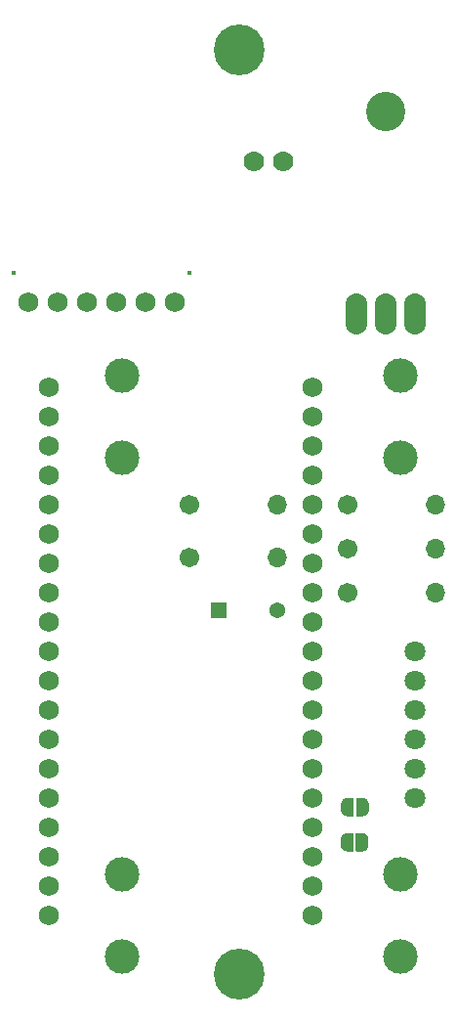
<source format=gbs>
G04 #@! TF.GenerationSoftware,KiCad,Pcbnew,(5.1.10-1-10_14)*
G04 #@! TF.CreationDate,2021-09-07T21:53:28-06:00*
G04 #@! TF.ProjectId,soil_moisture_0.5,736f696c-5f6d-46f6-9973-747572655f30,0.5*
G04 #@! TF.SameCoordinates,Original*
G04 #@! TF.FileFunction,Soldermask,Bot*
G04 #@! TF.FilePolarity,Negative*
%FSLAX46Y46*%
G04 Gerber Fmt 4.6, Leading zero omitted, Abs format (unit mm)*
G04 Created by KiCad (PCBNEW (5.1.10-1-10_14)) date 2021-09-07 21:53:28*
%MOMM*%
%LPD*%
G01*
G04 APERTURE LIST*
%ADD10C,0.100000*%
%ADD11C,4.401600*%
%ADD12C,1.778000*%
%ADD13C,1.727200*%
%ADD14C,0.451600*%
%ADD15C,2.984500*%
%ADD16C,3.403600*%
%ADD17O,1.879600X3.556000*%
%ADD18C,1.803400*%
%ADD19O,1.701600X1.701600*%
%ADD20C,1.701600*%
%ADD21C,1.371600*%
G04 APERTURE END LIST*
D10*
G36*
X162153600Y-72669400D02*
G01*
X162134609Y-72447814D01*
X162058859Y-72238713D01*
X161931523Y-72056376D01*
X161761296Y-71913254D01*
X161340800Y-71780400D01*
X161112699Y-71800398D01*
X160897546Y-71878752D01*
X160710003Y-72010122D01*
X160562852Y-72185554D01*
X160426400Y-72618600D01*
X160426400Y-72618601D01*
X160452993Y-72845827D01*
X160537482Y-73058432D01*
X160674112Y-73241929D01*
X160853573Y-73383819D01*
X161290000Y-73507600D01*
X161289999Y-73507600D01*
X161510661Y-73481893D01*
X161717150Y-73399951D01*
X161895396Y-73267357D01*
X162033250Y-73093149D01*
X162121318Y-72889196D01*
X162153600Y-72669400D01*
G37*
G36*
X162153600Y-122961400D02*
G01*
X162153600Y-122961399D01*
X162134609Y-122739813D01*
X162058859Y-122530712D01*
X161931523Y-122348375D01*
X161761296Y-122205253D01*
X161340800Y-122072400D01*
X161112699Y-122092398D01*
X160897546Y-122170752D01*
X160710003Y-122302122D01*
X160562852Y-122477554D01*
X160426400Y-122910600D01*
X160452993Y-123137826D01*
X160537482Y-123350431D01*
X160674112Y-123533928D01*
X160853573Y-123675818D01*
X161290000Y-123799600D01*
X161289999Y-123799600D01*
X161510661Y-123773893D01*
X161717150Y-123691951D01*
X161895396Y-123559357D01*
X162033250Y-123385149D01*
X162121318Y-123181196D01*
X162153600Y-122961400D01*
G37*
G36*
X162153600Y-79781400D02*
G01*
X162134609Y-79559814D01*
X162058859Y-79350713D01*
X161931523Y-79168376D01*
X161761296Y-79025254D01*
X161340800Y-78892400D01*
X161112699Y-78912398D01*
X160897546Y-78990752D01*
X160710003Y-79122122D01*
X160562852Y-79297554D01*
X160426400Y-79730600D01*
X160426400Y-79730601D01*
X160452993Y-79957827D01*
X160537482Y-80170432D01*
X160674112Y-80353929D01*
X160853573Y-80495819D01*
X161290000Y-80619600D01*
X161289999Y-80619600D01*
X161510661Y-80593893D01*
X161717150Y-80511951D01*
X161895396Y-80379357D01*
X162033250Y-80205149D01*
X162121318Y-80001196D01*
X162153600Y-79781400D01*
G37*
G36*
X162153600Y-115849400D02*
G01*
X162153600Y-115849399D01*
X162134609Y-115627813D01*
X162058859Y-115418712D01*
X161931523Y-115236375D01*
X161761296Y-115093253D01*
X161340800Y-114960400D01*
X161112699Y-114980398D01*
X160897546Y-115058752D01*
X160710003Y-115190122D01*
X160562852Y-115365554D01*
X160426400Y-115798600D01*
X160452993Y-116025826D01*
X160537482Y-116238431D01*
X160674112Y-116421928D01*
X160853573Y-116563818D01*
X161290000Y-116687600D01*
X161289999Y-116687600D01*
X161510661Y-116661893D01*
X161717150Y-116579951D01*
X161895396Y-116447357D01*
X162033250Y-116273149D01*
X162121318Y-116069196D01*
X162153600Y-115849400D01*
G37*
G36*
X138023600Y-115849400D02*
G01*
X138023600Y-115849399D01*
X138004609Y-115627813D01*
X137928859Y-115418712D01*
X137801523Y-115236375D01*
X137631296Y-115093253D01*
X137210800Y-114960400D01*
X136982699Y-114980398D01*
X136767546Y-115058752D01*
X136580003Y-115190122D01*
X136432852Y-115365554D01*
X136296400Y-115798600D01*
X136322993Y-116025826D01*
X136407482Y-116238431D01*
X136544112Y-116421928D01*
X136723573Y-116563818D01*
X137160000Y-116687600D01*
X137159999Y-116687600D01*
X137380661Y-116661893D01*
X137587150Y-116579951D01*
X137765396Y-116447357D01*
X137903250Y-116273149D01*
X137991318Y-116069196D01*
X138023600Y-115849400D01*
G37*
G36*
X138023600Y-79781400D02*
G01*
X138004609Y-79559814D01*
X137928859Y-79350713D01*
X137801523Y-79168376D01*
X137631296Y-79025254D01*
X137210800Y-78892400D01*
X136982699Y-78912398D01*
X136767546Y-78990752D01*
X136580003Y-79122122D01*
X136432852Y-79297554D01*
X136296400Y-79730600D01*
X136296400Y-79730601D01*
X136322993Y-79957827D01*
X136407482Y-80170432D01*
X136544112Y-80353929D01*
X136723573Y-80495819D01*
X137160000Y-80619600D01*
X137159999Y-80619600D01*
X137380661Y-80593893D01*
X137587150Y-80511951D01*
X137765396Y-80379357D01*
X137903250Y-80205149D01*
X137991318Y-80001196D01*
X138023600Y-79781400D01*
G37*
G36*
X138023600Y-122961400D02*
G01*
X138023600Y-122961399D01*
X138004609Y-122739813D01*
X137928859Y-122530712D01*
X137801523Y-122348375D01*
X137631296Y-122205253D01*
X137210800Y-122072400D01*
X136982699Y-122092398D01*
X136767546Y-122170752D01*
X136580003Y-122302122D01*
X136432852Y-122477554D01*
X136296400Y-122910600D01*
X136322993Y-123137826D01*
X136407482Y-123350431D01*
X136544112Y-123533928D01*
X136723573Y-123675818D01*
X137160000Y-123799600D01*
X137159999Y-123799600D01*
X137380661Y-123773893D01*
X137587150Y-123691951D01*
X137765396Y-123559357D01*
X137903250Y-123385149D01*
X137991318Y-123181196D01*
X138023600Y-122961400D01*
G37*
G36*
X138023600Y-72669400D02*
G01*
X138004609Y-72447814D01*
X137928859Y-72238713D01*
X137801523Y-72056376D01*
X137631296Y-71913254D01*
X137210800Y-71780400D01*
X136982699Y-71800398D01*
X136767546Y-71878752D01*
X136580003Y-72010122D01*
X136432852Y-72185554D01*
X136296400Y-72618600D01*
X136296400Y-72618601D01*
X136322993Y-72845827D01*
X136407482Y-73058432D01*
X136544112Y-73241929D01*
X136723573Y-73383819D01*
X137160000Y-73507600D01*
X137159999Y-73507600D01*
X137380661Y-73481893D01*
X137587150Y-73399951D01*
X137765396Y-73267357D01*
X137903250Y-73093149D01*
X137991318Y-72889196D01*
X138023600Y-72669400D01*
G37*
D11*
X147320000Y-124460000D03*
X147320000Y-44450000D03*
D12*
X151130000Y-54102000D03*
X148590000Y-54102000D03*
D13*
X153670000Y-73660000D03*
X153670000Y-76200000D03*
X153670000Y-78740000D03*
X153670000Y-81280000D03*
X153670000Y-83820000D03*
X153670000Y-86360000D03*
X153670000Y-88900000D03*
X153670000Y-91440000D03*
X153670000Y-93980000D03*
X153670000Y-96520000D03*
X153670000Y-99060000D03*
X153670000Y-101600000D03*
X153670000Y-104140000D03*
X153670000Y-106680000D03*
X153670000Y-109220000D03*
X153670000Y-111760000D03*
X153670000Y-114300000D03*
X153670000Y-116840000D03*
X153670000Y-119380000D03*
X130810000Y-73660000D03*
X130810000Y-76200000D03*
X130810000Y-78740000D03*
X130810000Y-81280000D03*
X130810000Y-83820000D03*
X130810000Y-86360000D03*
X130810000Y-88900000D03*
X130810000Y-91440000D03*
X130810000Y-93980000D03*
X130810000Y-96520000D03*
X130810000Y-99060000D03*
X130810000Y-101600000D03*
X130810000Y-104140000D03*
X130810000Y-106680000D03*
X130810000Y-109220000D03*
X130810000Y-111760000D03*
X130810000Y-114300000D03*
X130810000Y-116840000D03*
X130810000Y-119380000D03*
X129032000Y-66294000D03*
X131572000Y-66294000D03*
X134112000Y-66294000D03*
X136652000Y-66294000D03*
X139192000Y-66294000D03*
X141732000Y-66294000D03*
D14*
X127762000Y-63754000D03*
X143002000Y-63754000D03*
D15*
X161290000Y-79756000D03*
X161290000Y-72644000D03*
X161290000Y-115824000D03*
X161290000Y-122936000D03*
X137160000Y-122936000D03*
X137160000Y-115824000D03*
X137160000Y-72644000D03*
X137160000Y-79756000D03*
D16*
X160020000Y-49784000D03*
D17*
X162560000Y-67310000D03*
X160020000Y-67310000D03*
X157480000Y-67310000D03*
D18*
X162560000Y-96520000D03*
X162560000Y-99060000D03*
X162560000Y-101600000D03*
X162560000Y-104140000D03*
X162560000Y-106680000D03*
X162560000Y-109220000D03*
D19*
X164338000Y-91440000D03*
D20*
X156718000Y-91440000D03*
X156718000Y-87630000D03*
D19*
X164338000Y-87630000D03*
D20*
X156718000Y-83820000D03*
D19*
X164338000Y-83820000D03*
D10*
G36*
X158024113Y-109181802D02*
G01*
X158042534Y-109181802D01*
X158047514Y-109182047D01*
X158096345Y-109186857D01*
X158101275Y-109187588D01*
X158149400Y-109197160D01*
X158154237Y-109198372D01*
X158201192Y-109212616D01*
X158205885Y-109214295D01*
X158251218Y-109233072D01*
X158255726Y-109235204D01*
X158298999Y-109258335D01*
X158303273Y-109260897D01*
X158344072Y-109288157D01*
X158348077Y-109291127D01*
X158386006Y-109322255D01*
X158389700Y-109325603D01*
X158424397Y-109360300D01*
X158427745Y-109363994D01*
X158458873Y-109401923D01*
X158461843Y-109405928D01*
X158489103Y-109446727D01*
X158491665Y-109451001D01*
X158514796Y-109494274D01*
X158516928Y-109498782D01*
X158535705Y-109544115D01*
X158537384Y-109548808D01*
X158551628Y-109595763D01*
X158552840Y-109600600D01*
X158562412Y-109648725D01*
X158563143Y-109653655D01*
X158567953Y-109702486D01*
X158568198Y-109707466D01*
X158568198Y-109725887D01*
X158568800Y-109732000D01*
X158568800Y-110232000D01*
X158568198Y-110238113D01*
X158568198Y-110256534D01*
X158567953Y-110261514D01*
X158563143Y-110310345D01*
X158562412Y-110315275D01*
X158552840Y-110363400D01*
X158551628Y-110368237D01*
X158537384Y-110415192D01*
X158535705Y-110419885D01*
X158516928Y-110465218D01*
X158514796Y-110469726D01*
X158491665Y-110512999D01*
X158489103Y-110517273D01*
X158461843Y-110558072D01*
X158458873Y-110562077D01*
X158427745Y-110600006D01*
X158424397Y-110603700D01*
X158389700Y-110638397D01*
X158386006Y-110641745D01*
X158348077Y-110672873D01*
X158344072Y-110675843D01*
X158303273Y-110703103D01*
X158298999Y-110705665D01*
X158255726Y-110728796D01*
X158251218Y-110730928D01*
X158205885Y-110749705D01*
X158201192Y-110751384D01*
X158154237Y-110765628D01*
X158149400Y-110766840D01*
X158101275Y-110776412D01*
X158096345Y-110777143D01*
X158047514Y-110781953D01*
X158042534Y-110782198D01*
X158024113Y-110782198D01*
X158018000Y-110782800D01*
X157518000Y-110782800D01*
X157508089Y-110781824D01*
X157498560Y-110778933D01*
X157489777Y-110774239D01*
X157482079Y-110767921D01*
X157475761Y-110760223D01*
X157471067Y-110751440D01*
X157468176Y-110741911D01*
X157467200Y-110732000D01*
X157467200Y-109232000D01*
X157468176Y-109222089D01*
X157471067Y-109212560D01*
X157475761Y-109203777D01*
X157482079Y-109196079D01*
X157489777Y-109189761D01*
X157498560Y-109185067D01*
X157508089Y-109182176D01*
X157518000Y-109181200D01*
X158018000Y-109181200D01*
X158024113Y-109181802D01*
G37*
G36*
X157227911Y-109182176D02*
G01*
X157237440Y-109185067D01*
X157246223Y-109189761D01*
X157253921Y-109196079D01*
X157260239Y-109203777D01*
X157264933Y-109212560D01*
X157267824Y-109222089D01*
X157268800Y-109232000D01*
X157268800Y-110732000D01*
X157267824Y-110741911D01*
X157264933Y-110751440D01*
X157260239Y-110760223D01*
X157253921Y-110767921D01*
X157246223Y-110774239D01*
X157237440Y-110778933D01*
X157227911Y-110781824D01*
X157218000Y-110782800D01*
X156718000Y-110782800D01*
X156711887Y-110782198D01*
X156693466Y-110782198D01*
X156688486Y-110781953D01*
X156639655Y-110777143D01*
X156634725Y-110776412D01*
X156586600Y-110766840D01*
X156581763Y-110765628D01*
X156534808Y-110751384D01*
X156530115Y-110749705D01*
X156484782Y-110730928D01*
X156480274Y-110728796D01*
X156437001Y-110705665D01*
X156432727Y-110703103D01*
X156391928Y-110675843D01*
X156387923Y-110672873D01*
X156349994Y-110641745D01*
X156346300Y-110638397D01*
X156311603Y-110603700D01*
X156308255Y-110600006D01*
X156277127Y-110562077D01*
X156274157Y-110558072D01*
X156246897Y-110517273D01*
X156244335Y-110512999D01*
X156221204Y-110469726D01*
X156219072Y-110465218D01*
X156200295Y-110419885D01*
X156198616Y-110415192D01*
X156184372Y-110368237D01*
X156183160Y-110363400D01*
X156173588Y-110315275D01*
X156172857Y-110310345D01*
X156168047Y-110261514D01*
X156167802Y-110256534D01*
X156167802Y-110238113D01*
X156167200Y-110232000D01*
X156167200Y-109732000D01*
X156167802Y-109725887D01*
X156167802Y-109707466D01*
X156168047Y-109702486D01*
X156172857Y-109653655D01*
X156173588Y-109648725D01*
X156183160Y-109600600D01*
X156184372Y-109595763D01*
X156198616Y-109548808D01*
X156200295Y-109544115D01*
X156219072Y-109498782D01*
X156221204Y-109494274D01*
X156244335Y-109451001D01*
X156246897Y-109446727D01*
X156274157Y-109405928D01*
X156277127Y-109401923D01*
X156308255Y-109363994D01*
X156311603Y-109360300D01*
X156346300Y-109325603D01*
X156349994Y-109322255D01*
X156387923Y-109291127D01*
X156391928Y-109288157D01*
X156432727Y-109260897D01*
X156437001Y-109258335D01*
X156480274Y-109235204D01*
X156484782Y-109233072D01*
X156530115Y-109214295D01*
X156534808Y-109212616D01*
X156581763Y-109198372D01*
X156586600Y-109197160D01*
X156634725Y-109187588D01*
X156639655Y-109186857D01*
X156688486Y-109182047D01*
X156693466Y-109181802D01*
X156711887Y-109181802D01*
X156718000Y-109181200D01*
X157218000Y-109181200D01*
X157227911Y-109182176D01*
G37*
G36*
X157197911Y-112230176D02*
G01*
X157207440Y-112233067D01*
X157216223Y-112237761D01*
X157223921Y-112244079D01*
X157230239Y-112251777D01*
X157234933Y-112260560D01*
X157237824Y-112270089D01*
X157238800Y-112280000D01*
X157238800Y-113780000D01*
X157237824Y-113789911D01*
X157234933Y-113799440D01*
X157230239Y-113808223D01*
X157223921Y-113815921D01*
X157216223Y-113822239D01*
X157207440Y-113826933D01*
X157197911Y-113829824D01*
X157188000Y-113830800D01*
X156688000Y-113830800D01*
X156681887Y-113830198D01*
X156663466Y-113830198D01*
X156658486Y-113829953D01*
X156609655Y-113825143D01*
X156604725Y-113824412D01*
X156556600Y-113814840D01*
X156551763Y-113813628D01*
X156504808Y-113799384D01*
X156500115Y-113797705D01*
X156454782Y-113778928D01*
X156450274Y-113776796D01*
X156407001Y-113753665D01*
X156402727Y-113751103D01*
X156361928Y-113723843D01*
X156357923Y-113720873D01*
X156319994Y-113689745D01*
X156316300Y-113686397D01*
X156281603Y-113651700D01*
X156278255Y-113648006D01*
X156247127Y-113610077D01*
X156244157Y-113606072D01*
X156216897Y-113565273D01*
X156214335Y-113560999D01*
X156191204Y-113517726D01*
X156189072Y-113513218D01*
X156170295Y-113467885D01*
X156168616Y-113463192D01*
X156154372Y-113416237D01*
X156153160Y-113411400D01*
X156143588Y-113363275D01*
X156142857Y-113358345D01*
X156138047Y-113309514D01*
X156137802Y-113304534D01*
X156137802Y-113286113D01*
X156137200Y-113280000D01*
X156137200Y-112780000D01*
X156137802Y-112773887D01*
X156137802Y-112755466D01*
X156138047Y-112750486D01*
X156142857Y-112701655D01*
X156143588Y-112696725D01*
X156153160Y-112648600D01*
X156154372Y-112643763D01*
X156168616Y-112596808D01*
X156170295Y-112592115D01*
X156189072Y-112546782D01*
X156191204Y-112542274D01*
X156214335Y-112499001D01*
X156216897Y-112494727D01*
X156244157Y-112453928D01*
X156247127Y-112449923D01*
X156278255Y-112411994D01*
X156281603Y-112408300D01*
X156316300Y-112373603D01*
X156319994Y-112370255D01*
X156357923Y-112339127D01*
X156361928Y-112336157D01*
X156402727Y-112308897D01*
X156407001Y-112306335D01*
X156450274Y-112283204D01*
X156454782Y-112281072D01*
X156500115Y-112262295D01*
X156504808Y-112260616D01*
X156551763Y-112246372D01*
X156556600Y-112245160D01*
X156604725Y-112235588D01*
X156609655Y-112234857D01*
X156658486Y-112230047D01*
X156663466Y-112229802D01*
X156681887Y-112229802D01*
X156688000Y-112229200D01*
X157188000Y-112229200D01*
X157197911Y-112230176D01*
G37*
G36*
X157994113Y-112229802D02*
G01*
X158012534Y-112229802D01*
X158017514Y-112230047D01*
X158066345Y-112234857D01*
X158071275Y-112235588D01*
X158119400Y-112245160D01*
X158124237Y-112246372D01*
X158171192Y-112260616D01*
X158175885Y-112262295D01*
X158221218Y-112281072D01*
X158225726Y-112283204D01*
X158268999Y-112306335D01*
X158273273Y-112308897D01*
X158314072Y-112336157D01*
X158318077Y-112339127D01*
X158356006Y-112370255D01*
X158359700Y-112373603D01*
X158394397Y-112408300D01*
X158397745Y-112411994D01*
X158428873Y-112449923D01*
X158431843Y-112453928D01*
X158459103Y-112494727D01*
X158461665Y-112499001D01*
X158484796Y-112542274D01*
X158486928Y-112546782D01*
X158505705Y-112592115D01*
X158507384Y-112596808D01*
X158521628Y-112643763D01*
X158522840Y-112648600D01*
X158532412Y-112696725D01*
X158533143Y-112701655D01*
X158537953Y-112750486D01*
X158538198Y-112755466D01*
X158538198Y-112773887D01*
X158538800Y-112780000D01*
X158538800Y-113280000D01*
X158538198Y-113286113D01*
X158538198Y-113304534D01*
X158537953Y-113309514D01*
X158533143Y-113358345D01*
X158532412Y-113363275D01*
X158522840Y-113411400D01*
X158521628Y-113416237D01*
X158507384Y-113463192D01*
X158505705Y-113467885D01*
X158486928Y-113513218D01*
X158484796Y-113517726D01*
X158461665Y-113560999D01*
X158459103Y-113565273D01*
X158431843Y-113606072D01*
X158428873Y-113610077D01*
X158397745Y-113648006D01*
X158394397Y-113651700D01*
X158359700Y-113686397D01*
X158356006Y-113689745D01*
X158318077Y-113720873D01*
X158314072Y-113723843D01*
X158273273Y-113751103D01*
X158268999Y-113753665D01*
X158225726Y-113776796D01*
X158221218Y-113778928D01*
X158175885Y-113797705D01*
X158171192Y-113799384D01*
X158124237Y-113813628D01*
X158119400Y-113814840D01*
X158071275Y-113824412D01*
X158066345Y-113825143D01*
X158017514Y-113829953D01*
X158012534Y-113830198D01*
X157994113Y-113830198D01*
X157988000Y-113830800D01*
X157488000Y-113830800D01*
X157478089Y-113829824D01*
X157468560Y-113826933D01*
X157459777Y-113822239D01*
X157452079Y-113815921D01*
X157445761Y-113808223D01*
X157441067Y-113799440D01*
X157438176Y-113789911D01*
X157437200Y-113780000D01*
X157437200Y-112280000D01*
X157438176Y-112270089D01*
X157441067Y-112260560D01*
X157445761Y-112251777D01*
X157452079Y-112244079D01*
X157459777Y-112237761D01*
X157468560Y-112233067D01*
X157478089Y-112230176D01*
X157488000Y-112229200D01*
X157988000Y-112229200D01*
X157994113Y-112229802D01*
G37*
G36*
G01*
X144856200Y-93599000D02*
X144856200Y-92329000D01*
G75*
G02*
X144907000Y-92278200I50800J0D01*
G01*
X146177000Y-92278200D01*
G75*
G02*
X146227800Y-92329000I0J-50800D01*
G01*
X146227800Y-93599000D01*
G75*
G02*
X146177000Y-93649800I-50800J0D01*
G01*
X144907000Y-93649800D01*
G75*
G02*
X144856200Y-93599000I0J50800D01*
G01*
G37*
D21*
X150622000Y-92964000D03*
D20*
X143002000Y-83820000D03*
D19*
X150622000Y-83820000D03*
X150622000Y-88392000D03*
D20*
X143002000Y-88392000D03*
M02*

</source>
